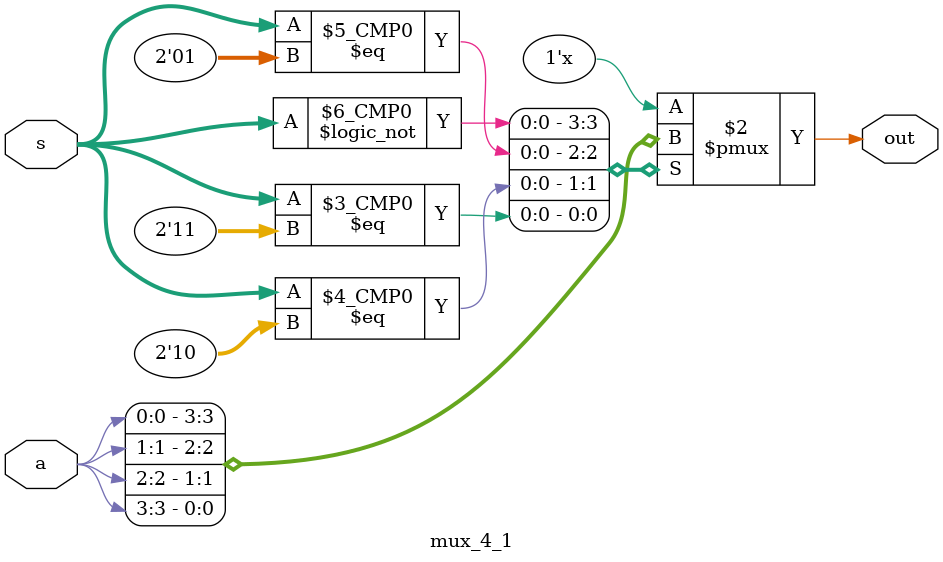
<source format=v>
`timescale 1ns / 1ps


module mux_4_1(a,s,out);
    input [3:0]a;
    input [1:0]s;
    output reg out;
    
    always@(*) begin
        case (s)
            2'b00 : out = a[0];
            2'b01 : out = a[1];
            2'b10 : out = a[2];
            2'b11 : out = a[3];
            default : out = 1'bx;
        endcase
    end
endmodule

</source>
